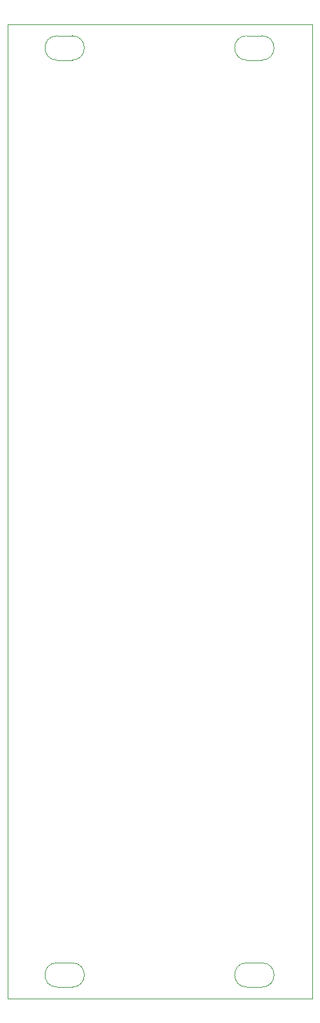
<source format=gbr>
G04 #@! TF.GenerationSoftware,KiCad,Pcbnew,(5.1.5-0)*
G04 #@! TF.CreationDate,2021-01-12T22:55:02-08:00*
G04 #@! TF.ProjectId,statues,73746174-7565-4732-9e6b-696361645f70,rev?*
G04 #@! TF.SameCoordinates,Original*
G04 #@! TF.FileFunction,Profile,NP*
%FSLAX46Y46*%
G04 Gerber Fmt 4.6, Leading zero omitted, Abs format (unit mm)*
G04 Created by KiCad (PCBNEW (5.1.5-0)) date 2021-01-12 22:55:02*
%MOMM*%
%LPD*%
G04 APERTURE LIST*
%ADD10C,0.050000*%
G04 APERTURE END LIST*
D10*
X8500000Y-223800000D02*
X6500000Y-223800000D01*
X8500000Y-223800000D02*
G75*
G02X8500000Y-227000000I0J-1600000D01*
G01*
X6500000Y-227000000D02*
G75*
G02X6500000Y-223800000I0J1600000D01*
G01*
X8500000Y-227000000D02*
X6500000Y-227000000D01*
X31550000Y-227000000D02*
G75*
G02X31550000Y-223800000I0J1600000D01*
G01*
X33550000Y-223800000D02*
X31550000Y-223800000D01*
X33550000Y-223800000D02*
G75*
G02X33550000Y-227000000I0J-1600000D01*
G01*
X33550000Y-227000000D02*
X31550000Y-227000000D01*
X31550000Y-104700000D02*
G75*
G02X31550000Y-101500000I0J1600000D01*
G01*
X33550000Y-104700000D02*
X31550000Y-104700000D01*
X33550000Y-101500000D02*
G75*
G02X33550000Y-104700000I0J-1600000D01*
G01*
X33550000Y-101500000D02*
X31550000Y-101500000D01*
X8500000Y-104700000D02*
X6500000Y-104700000D01*
X8500000Y-101500000D02*
X6500000Y-101500000D01*
X6500000Y-104700000D02*
G75*
G02X6500000Y-101500000I0J1600000D01*
G01*
X8500000Y-101500000D02*
G75*
G02X8500000Y-104700000I0J-1600000D01*
G01*
X0Y-228500000D02*
X0Y-100000000D01*
X40200000Y-228500000D02*
X0Y-228500000D01*
X40200000Y-100000000D02*
X40200000Y-228500000D01*
X0Y-100000000D02*
X40200000Y-100000000D01*
M02*

</source>
